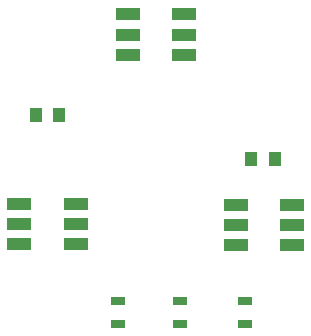
<source format=gbr>
G04 #@! TF.FileFunction,Paste,Top*
%FSLAX46Y46*%
G04 Gerber Fmt 4.6, Leading zero omitted, Abs format (unit mm)*
G04 Created by KiCad (PCBNEW 4.0.6) date 05/22/18 14:15:00*
%MOMM*%
%LPD*%
G01*
G04 APERTURE LIST*
%ADD10C,0.100000*%
%ADD11R,1.000000X1.250000*%
%ADD12R,1.300000X0.700000*%
%ADD13R,2.000000X1.100000*%
G04 APERTURE END LIST*
D10*
D11*
X120000000Y-91250000D03*
X122000000Y-91250000D03*
X138250000Y-95000000D03*
X140250000Y-95000000D03*
D12*
X127000000Y-108950000D03*
X127000000Y-107050000D03*
X132250000Y-107050000D03*
X132250000Y-108950000D03*
X137750000Y-108950000D03*
X137750000Y-107050000D03*
D13*
X127775000Y-86155001D03*
X127775002Y-84455000D03*
X127775000Y-82755000D03*
X132575000Y-82754999D03*
X132574998Y-84455000D03*
X132575000Y-86155000D03*
X136919000Y-102284001D03*
X136919002Y-100584000D03*
X136919000Y-98884000D03*
X141719000Y-98883999D03*
X141718998Y-100584000D03*
X141719000Y-102284000D03*
X118600000Y-102200001D03*
X118600002Y-100500000D03*
X118600000Y-98800000D03*
X123400000Y-98799999D03*
X123399998Y-100500000D03*
X123400000Y-102200000D03*
M02*

</source>
